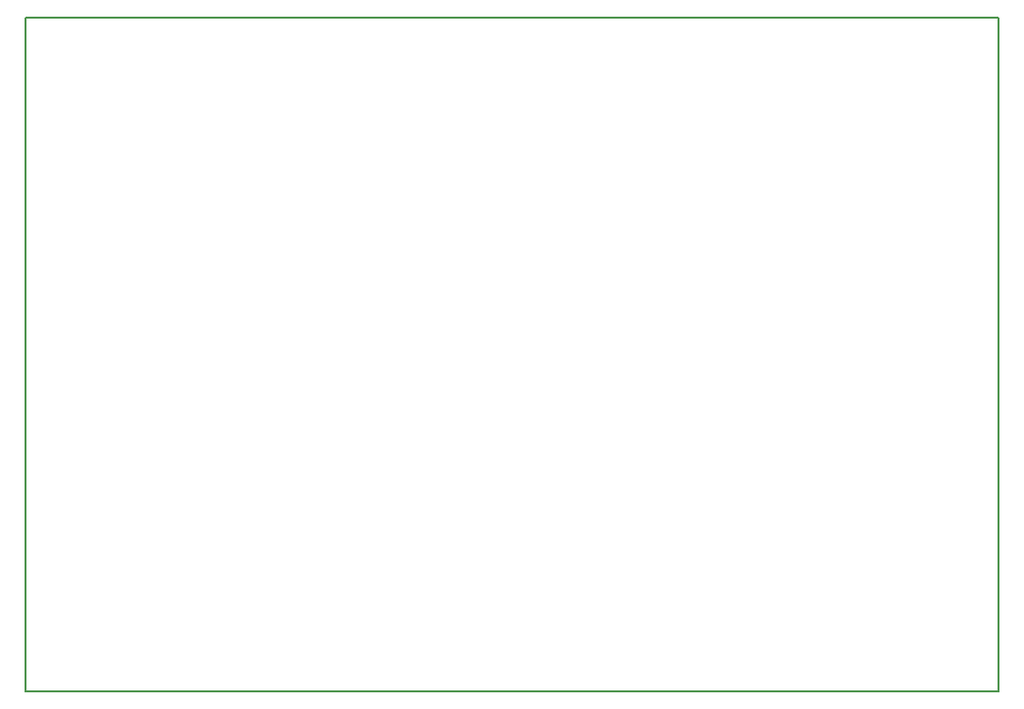
<source format=gbr>
%TF.GenerationSoftware,KiCad,Pcbnew,8.0.2*%
%TF.CreationDate,2024-05-01T18:58:11+02:00*%
%TF.ProjectId,OpenC64Cart,4f70656e-4336-4344-9361-72742e6b6963,2*%
%TF.SameCoordinates,Original*%
%TF.FileFunction,Profile,NP*%
%FSLAX46Y46*%
G04 Gerber Fmt 4.6, Leading zero omitted, Abs format (unit mm)*
G04 Created by KiCad (PCBNEW 8.0.2) date 2024-05-01 18:58:11*
%MOMM*%
%LPD*%
G01*
G04 APERTURE LIST*
%TA.AperFunction,Profile*%
%ADD10C,0.150000*%
%TD*%
G04 APERTURE END LIST*
D10*
X103280000Y-59650000D02*
X187290000Y-59650000D01*
X187290000Y-117830000D01*
X103280000Y-117830000D01*
X103280000Y-59650000D01*
M02*

</source>
